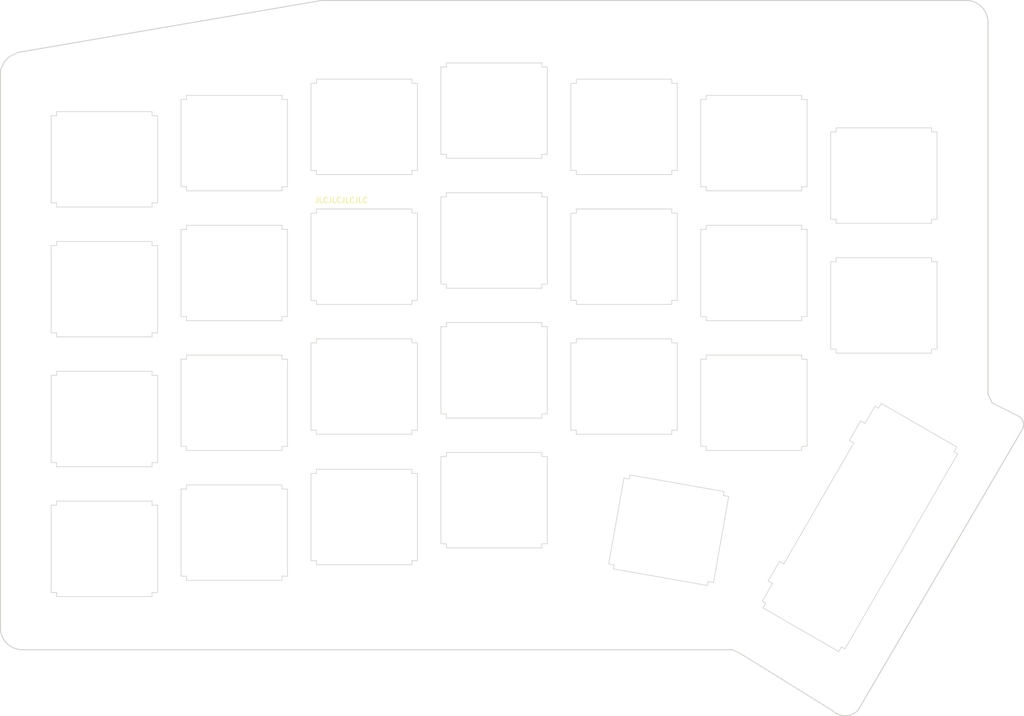
<source format=kicad_pcb>
(kicad_pcb (version 4) (host pcbnew 4.0.7)

  (general
    (links 0)
    (no_connects 0)
    (area 56.515 26.035 232.338572 152.400001)
    (thickness 1.6)
    (drawings 473)
    (tracks 0)
    (zones 0)
    (modules 9)
    (nets 1)
  )

  (page A4)
  (layers
    (0 F.Cu signal hide)
    (31 B.Cu signal hide)
    (32 B.Adhes user hide)
    (33 F.Adhes user hide)
    (34 B.Paste user hide)
    (35 F.Paste user hide)
    (36 B.SilkS user hide)
    (37 F.SilkS user hide)
    (38 B.Mask user hide)
    (39 F.Mask user hide)
    (40 Dwgs.User user hide)
    (41 Cmts.User user hide)
    (42 Eco1.User user hide)
    (43 Eco2.User user hide)
    (44 Edge.Cuts user)
    (45 Margin user hide)
    (46 B.CrtYd user hide)
    (47 F.CrtYd user hide)
    (48 B.Fab user hide)
    (49 F.Fab user hide)
  )

  (setup
    (last_trace_width 0.25)
    (trace_clearance 0.2)
    (zone_clearance 0.508)
    (zone_45_only no)
    (trace_min 0.2)
    (segment_width 0.15)
    (edge_width 0.15)
    (via_size 0.6)
    (via_drill 0.4)
    (via_min_size 0.4)
    (via_min_drill 0.3)
    (uvia_size 0.3)
    (uvia_drill 0.1)
    (uvias_allowed no)
    (uvia_min_size 0.2)
    (uvia_min_drill 0.1)
    (pcb_text_width 0.3)
    (pcb_text_size 1.5 1.5)
    (mod_edge_width 0.15)
    (mod_text_size 1 1)
    (mod_text_width 0.15)
    (pad_size 1.524 1.524)
    (pad_drill 0.762)
    (pad_to_mask_clearance 0.2)
    (aux_axis_origin 0 0)
    (visible_elements 7FFFFFFF)
    (pcbplotparams
      (layerselection 0x010f0_80000001)
      (usegerberextensions false)
      (excludeedgelayer true)
      (linewidth 0.100000)
      (plotframeref false)
      (viasonmask false)
      (mode 1)
      (useauxorigin false)
      (hpglpennumber 1)
      (hpglpenspeed 20)
      (hpglpendiameter 15)
      (hpglpenoverlay 2)
      (psnegative false)
      (psa4output false)
      (plotreference false)
      (plotvalue false)
      (plotinvisibletext false)
      (padsonsilk false)
      (subtractmaskfromsilk false)
      (outputformat 3)
      (mirror false)
      (drillshape 0)
      (scaleselection 1)
      (outputdirectory ./))
  )

  (net 0 "")

  (net_class Default "This is the default net class."
    (clearance 0.2)
    (trace_width 0.25)
    (via_dia 0.6)
    (via_drill 0.4)
    (uvia_dia 0.3)
    (uvia_drill 0.1)
  )

  (module Mounting_Holes:MountingHole_2.2mm_M2_DIN965 (layer F.Cu) (tedit 5B0469AD) (tstamp 5A9EC803)
    (at 192.405 141.605)
    (descr "Mounting Hole 2.2mm, no annular, M2, DIN965")
    (tags "mounting hole 2.2mm no annular m2 din965")
    (attr virtual)
    (fp_text reference REF** (at 0 -2.9) (layer F.SilkS) hide
      (effects (font (size 1 1) (thickness 0.15)))
    )
    (fp_text value MountingHole_2.2mm_M2_DIN965 (at 0 2.9) (layer F.Fab)
      (effects (font (size 1 1) (thickness 0.15)))
    )
    (fp_text user %R (at 0.3 0) (layer F.Fab)
      (effects (font (size 1 1) (thickness 0.15)))
    )
    (fp_circle (center 0 0) (end 1.9 0) (layer Cmts.User) (width 0.15))
    (fp_circle (center 0 0) (end 2.15 0) (layer F.CrtYd) (width 0.05))
    (pad 1 np_thru_hole circle (at 0 0) (size 2.2 2.2) (drill 2.2) (layers *.Cu *.Mask))
  )

  (module Mounting_Holes:MountingHole_2.2mm_M2_DIN965 (layer F.Cu) (tedit 5B04698E) (tstamp 5A9EC824)
    (at 215.265 103.505)
    (descr "Mounting Hole 2.2mm, no annular, M2, DIN965")
    (tags "mounting hole 2.2mm no annular m2 din965")
    (attr virtual)
    (fp_text reference REF** (at 0 -2.9) (layer F.SilkS) hide
      (effects (font (size 1 1) (thickness 0.15)))
    )
    (fp_text value MountingHole_2.2mm_M2_DIN965 (at 4.445 1.905) (layer F.Fab)
      (effects (font (size 1 1) (thickness 0.15)))
    )
    (fp_text user %R (at 0.3 0) (layer F.Fab)
      (effects (font (size 1 1) (thickness 0.15)))
    )
    (fp_circle (center 0 0) (end 1.9 0) (layer Cmts.User) (width 0.15))
    (fp_circle (center 0 0) (end 2.15 0) (layer F.CrtYd) (width 0.05))
    (pad 1 np_thru_hole circle (at 0 0) (size 2.2 2.2) (drill 2.2) (layers *.Cu *.Mask))
  )

  (module Mounting_Holes:MountingHole_2.2mm_M2_DIN965 (layer F.Cu) (tedit 5B046982) (tstamp 5A9EC868)
    (at 210.82 43.815)
    (descr "Mounting Hole 2.2mm, no annular, M2, DIN965")
    (tags "mounting hole 2.2mm no annular m2 din965")
    (attr virtual)
    (fp_text reference REF** (at 0 -2.9) (layer F.SilkS) hide
      (effects (font (size 1 1) (thickness 0.15)))
    )
    (fp_text value MountingHole_2.2mm_M2_DIN965 (at 0 2.9) (layer F.Fab)
      (effects (font (size 1 1) (thickness 0.15)))
    )
    (fp_text user %R (at 0.3 0) (layer F.Fab)
      (effects (font (size 1 1) (thickness 0.15)))
    )
    (fp_circle (center 0 0) (end 1.9 0) (layer Cmts.User) (width 0.15))
    (fp_circle (center 0 0) (end 2.15 0) (layer F.CrtYd) (width 0.05))
    (pad 1 np_thru_hole circle (at 0 0) (size 2.2 2.2) (drill 2.2) (layers *.Cu *.Mask))
  )

  (module Mounting_Holes:MountingHole_2.2mm_M2_DIN965 (layer F.Cu) (tedit 5B0469C0) (tstamp 5A9EC8BF)
    (at 72.39 132.715)
    (descr "Mounting Hole 2.2mm, no annular, M2, DIN965")
    (tags "mounting hole 2.2mm no annular m2 din965")
    (attr virtual)
    (fp_text reference REF** (at -0.635 -2.9) (layer F.SilkS) hide
      (effects (font (size 1 1) (thickness 0.15)))
    )
    (fp_text value MountingHole_2.2mm_M2_DIN965 (at 0 2.9) (layer F.Fab)
      (effects (font (size 1 1) (thickness 0.15)))
    )
    (fp_text user %R (at 0 0.635) (layer F.Fab)
      (effects (font (size 1 1) (thickness 0.15)))
    )
    (fp_circle (center 0 0) (end 1.9 0) (layer Cmts.User) (width 0.15))
    (fp_circle (center 0 0) (end 2.15 0) (layer F.CrtYd) (width 0.05))
    (pad 1 np_thru_hole circle (at 0 0) (size 2.2 2.2) (drill 2.2) (layers *.Cu *.Mask))
  )

  (module Mounting_Holes:MountingHole_2.2mm_M2_DIN965 (layer F.Cu) (tedit 5B0469C8) (tstamp 5A9EC8CB)
    (at 72.39 92.71)
    (descr "Mounting Hole 2.2mm, no annular, M2, DIN965")
    (tags "mounting hole 2.2mm no annular m2 din965")
    (attr virtual)
    (fp_text reference REF** (at 0 -2.9) (layer F.SilkS) hide
      (effects (font (size 1 1) (thickness 0.15)))
    )
    (fp_text value MountingHole_2.2mm_M2_DIN965 (at 0 2.9) (layer F.Fab)
      (effects (font (size 1 1) (thickness 0.15)))
    )
    (fp_text user %R (at 0.3 0) (layer F.Fab)
      (effects (font (size 1 1) (thickness 0.15)))
    )
    (fp_circle (center 0 0) (end 1.9 0) (layer Cmts.User) (width 0.15))
    (fp_circle (center 0 0) (end 2.15 0) (layer F.CrtYd) (width 0.05))
    (pad 1 np_thru_hole circle (at 0 0) (size 2.2 2.2) (drill 2.2) (layers *.Cu *.Mask))
  )

  (module Mounting_Holes:MountingHole_2.2mm_M2_DIN965 (layer F.Cu) (tedit 5B046972) (tstamp 5A9EC8D6)
    (at 72.39 52.07)
    (descr "Mounting Hole 2.2mm, no annular, M2, DIN965")
    (tags "mounting hole 2.2mm no annular m2 din965")
    (attr virtual)
    (fp_text reference REF** (at 0 -2.9) (layer F.SilkS) hide
      (effects (font (size 1 1) (thickness 0.15)))
    )
    (fp_text value MountingHole_2.2mm_M2_DIN965 (at 0 3.81) (layer F.Fab)
      (effects (font (size 1 1) (thickness 0.15)))
    )
    (fp_text user %R (at 0.3 0) (layer F.Fab)
      (effects (font (size 1 1) (thickness 0.15)))
    )
    (fp_circle (center 0 0) (end 1.9 0) (layer Cmts.User) (width 0.15))
    (fp_circle (center 0 0) (end 2.15 0) (layer F.CrtYd) (width 0.05))
    (pad 1 np_thru_hole circle (at 0 0) (size 2.2 2.2) (drill 2.2) (layers *.Cu *.Mask))
  )

  (module Mounting_Holes:MountingHole_2.2mm_M2_DIN965 (layer F.Cu) (tedit 5B0469B6) (tstamp 5A9EC8EF)
    (at 132.08 132.715)
    (descr "Mounting Hole 2.2mm, no annular, M2, DIN965")
    (tags "mounting hole 2.2mm no annular m2 din965")
    (attr virtual)
    (fp_text reference REF** (at 0 -2.9) (layer F.SilkS) hide
      (effects (font (size 1 1) (thickness 0.15)))
    )
    (fp_text value MountingHole_2.2mm_M2_DIN965 (at 0 2.9) (layer F.Fab)
      (effects (font (size 1 1) (thickness 0.15)))
    )
    (fp_text user %R (at 0.3 0) (layer F.Fab)
      (effects (font (size 1 1) (thickness 0.15)))
    )
    (fp_circle (center 0 0) (end 1.9 0) (layer Cmts.User) (width 0.15))
    (fp_circle (center 0 0) (end 2.15 0) (layer F.CrtYd) (width 0.05))
    (pad 1 np_thru_hole circle (at 0 0) (size 2.2 2.2) (drill 2.2) (layers *.Cu *.Mask))
  )

  (module Mounting_Holes:MountingHole_2.2mm_M2_DIN965 (layer F.Cu) (tedit 5B04697E) (tstamp 5A9EC907)
    (at 170.18 43.815)
    (descr "Mounting Hole 2.2mm, no annular, M2, DIN965")
    (tags "mounting hole 2.2mm no annular m2 din965")
    (attr virtual)
    (fp_text reference REF** (at 0 -2.9) (layer F.SilkS) hide
      (effects (font (size 1 1) (thickness 0.15)))
    )
    (fp_text value MountingHole_2.2mm_M2_DIN965 (at 0 2.9) (layer F.Fab)
      (effects (font (size 1 1) (thickness 0.15)))
    )
    (fp_text user %R (at 0.3 0) (layer F.Fab)
      (effects (font (size 1 1) (thickness 0.15)))
    )
    (fp_circle (center 0 0) (end 1.9 0) (layer Cmts.User) (width 0.15))
    (fp_circle (center 0 0) (end 2.15 0) (layer F.CrtYd) (width 0.05))
    (pad 1 np_thru_hole circle (at 0 0) (size 2.2 2.2) (drill 2.2) (layers *.Cu *.Mask))
  )

  (module Mounting_Holes:MountingHole_2.2mm_M2_DIN965 (layer F.Cu) (tedit 5B046978) (tstamp 5A9EC90E)
    (at 116.205 43.815)
    (descr "Mounting Hole 2.2mm, no annular, M2, DIN965")
    (tags "mounting hole 2.2mm no annular m2 din965")
    (attr virtual)
    (fp_text reference REF** (at 0 -2.9) (layer F.SilkS) hide
      (effects (font (size 1 1) (thickness 0.15)))
    )
    (fp_text value MountingHole_2.2mm_M2_DIN965 (at 1.27 3.81) (layer F.Fab)
      (effects (font (size 1 1) (thickness 0.15)))
    )
    (fp_text user %R (at 0.3 0) (layer F.Fab)
      (effects (font (size 1 1) (thickness 0.15)))
    )
    (fp_circle (center 0 0) (end 1.9 0) (layer Cmts.User) (width 0.15))
    (fp_circle (center 0 0) (end 2.15 0) (layer F.CrtYd) (width 0.05))
    (pad 1 np_thru_hole circle (at 0 0) (size 2.2 2.2) (drill 2.2) (layers *.Cu *.Mask))
  )

  (gr_line (start 195.97116 102.68712) (end 195.319993 102.32626) (layer Edge.Cuts) (width 0.1))
  (gr_line (start 193.671002 105.184288) (end 194.31762 105.55986) (layer Edge.Cuts) (width 0.1))
  (gr_line (start 195.319993 102.32626) (end 193.671002 105.184288) (layer Edge.Cuts) (width 0.1))
  (gr_line (start 184.0611 123.30938) (end 183.421 122.93758) (layer Edge.Cuts) (width 0.1))
  (gr_line (start 194.31762 105.55986) (end 184.0611 123.30938) (layer Edge.Cuts) (width 0.1))
  (gr_line (start 181.77 125.794279) (end 182.41518 126.16434) (layer Edge.Cuts) (width 0.1))
  (gr_line (start 183.421 122.93758) (end 181.77 125.794279) (layer Edge.Cuts) (width 0.1))
  (gr_line (start 198.35262 99.7581) (end 197.95362 100.4499) (layer Edge.Cuts) (width 0.1))
  (gr_line (start 193.03238 135.77316) (end 209.55762 107.1499) (layer Edge.Cuts) (width 0.1))
  (gr_line (start 197.43362 100.1507) (end 195.97116 102.68712) (layer Edge.Cuts) (width 0.1))
  (gr_line (start 197.95362 100.4499) (end 197.43362 100.1507) (layer Edge.Cuts) (width 0.1))
  (gr_line (start 192.51362 135.47411) (end 193.03262 135.77313) (layer Edge.Cuts) (width 0.1))
  (gr_line (start 180.90862 128.7727) (end 181.42762 129.0731) (layer Edge.Cuts) (width 0.1))
  (gr_line (start 181.02762 129.7649) (end 192.11262 136.1645) (layer Edge.Cuts) (width 0.1))
  (gr_line (start 181.42762 129.0731) (end 181.02762 129.7649) (layer Edge.Cuts) (width 0.1))
  (gr_line (start 182.41518 126.16434) (end 180.90862 128.7727) (layer Edge.Cuts) (width 0.1))
  (gr_line (start 209.43762 106.1577) (end 198.35262 99.7581) (layer Edge.Cuts) (width 0.1))
  (gr_line (start 192.11262 136.1645) (end 192.51362 135.47411) (layer Edge.Cuts) (width 0.1))
  (gr_line (start 209.03862 106.8495) (end 209.43762 106.1577) (layer Edge.Cuts) (width 0.1))
  (gr_line (start 209.55762 107.1499) (end 209.03862 106.8495) (layer Edge.Cuts) (width 0.1))
  (gr_line (start 160.61668 110.70558) (end 158.39248 123.31048) (layer Edge.Cuts) (width 0.1))
  (gr_line (start 161.40338 110.84478) (end 160.61668 110.70558) (layer Edge.Cuts) (width 0.1))
  (gr_line (start 91.43648 114.09418) (end 77.43693 114.09418) (layer Edge.Cuts) (width 0.1))
  (gr_line (start 77.43693 128.09368) (end 91.43648 128.09368) (layer Edge.Cuts) (width 0.1))
  (gr_line (start 76.63767 114.69358) (end 76.63767 127.49288) (layer Edge.Cuts) (width 0.1))
  (gr_line (start 77.43693 114.69358) (end 76.63767 114.69358) (layer Edge.Cuts) (width 0.1))
  (gr_line (start 91.43648 114.69358) (end 91.43648 114.09418) (layer Edge.Cuts) (width 0.1))
  (gr_line (start 92.23708 127.49288) (end 92.23708 114.69358) (layer Edge.Cuts) (width 0.1))
  (gr_line (start 91.43648 128.09368) (end 91.43648 127.49288) (layer Edge.Cuts) (width 0.1))
  (gr_line (start 76.63767 127.49288) (end 77.43693 127.49288) (layer Edge.Cuts) (width 0.1))
  (gr_line (start 92.23708 114.69358) (end 91.43648 114.69358) (layer Edge.Cuts) (width 0.1))
  (gr_line (start 91.43648 127.49288) (end 92.23708 127.49288) (layer Edge.Cuts) (width 0.1))
  (gr_line (start 77.43693 127.49288) (end 77.43693 128.09368) (layer Edge.Cuts) (width 0.1))
  (gr_line (start 77.43693 114.09418) (end 77.43693 114.69358) (layer Edge.Cuts) (width 0.1))
  (gr_line (start 115.53698 66.18128) (end 129.53628 66.18128) (layer Edge.Cuts) (width 0.1))
  (gr_line (start 134.58698 50.39978) (end 133.78758 50.39978) (layer Edge.Cuts) (width 0.1))
  (gr_line (start 134.58698 49.80038) (end 134.58698 50.39978) (layer Edge.Cuts) (width 0.1))
  (gr_line (start 152.83758 52.78098) (end 152.83758 65.58158) (layer Edge.Cuts) (width 0.1))
  (gr_line (start 115.53698 65.58158) (end 115.53698 66.18128) (layer Edge.Cuts) (width 0.1))
  (gr_line (start 167.63628 52.78098) (end 167.63628 52.18168) (layer Edge.Cuts) (width 0.1))
  (gr_line (start 168.43568 52.78098) (end 167.63628 52.78098) (layer Edge.Cuts) (width 0.1))
  (gr_line (start 167.63628 65.58158) (end 168.43568 65.58158) (layer Edge.Cuts) (width 0.1))
  (gr_line (start 153.63698 52.18168) (end 153.63698 52.78098) (layer Edge.Cuts) (width 0.1))
  (gr_line (start 130.33708 52.78098) (end 129.53628 52.78098) (layer Edge.Cuts) (width 0.1))
  (gr_line (start 130.33708 65.58158) (end 130.33708 52.78098) (layer Edge.Cuts) (width 0.1))
  (gr_line (start 114.73758 65.58158) (end 115.53698 65.58158) (layer Edge.Cuts) (width 0.1))
  (gr_line (start 115.53698 52.78098) (end 114.73758 52.78098) (layer Edge.Cuts) (width 0.1))
  (gr_line (start 167.63628 52.18168) (end 153.63698 52.18168) (layer Edge.Cuts) (width 0.1))
  (gr_line (start 114.73758 52.78098) (end 114.73758 65.58158) (layer Edge.Cuts) (width 0.1))
  (gr_line (start 153.63698 65.58158) (end 153.63698 66.18128) (layer Edge.Cuts) (width 0.1))
  (gr_line (start 168.43568 65.58158) (end 168.43568 52.78098) (layer Edge.Cuts) (width 0.1))
  (gr_line (start 129.53628 52.78098) (end 129.53628 52.18168) (layer Edge.Cuts) (width 0.1))
  (gr_line (start 153.63698 52.78098) (end 152.83758 52.78098) (layer Edge.Cuts) (width 0.1))
  (gr_line (start 167.63628 66.18128) (end 167.63628 65.58158) (layer Edge.Cuts) (width 0.1))
  (gr_line (start 153.63698 66.18128) (end 167.63628 66.18128) (layer Edge.Cuts) (width 0.1))
  (gr_line (start 152.83758 65.58158) (end 153.63698 65.58158) (layer Edge.Cuts) (width 0.1))
  (gr_line (start 129.53628 65.58158) (end 130.33708 65.58158) (layer Edge.Cuts) (width 0.1))
  (gr_line (start 148.58628 49.80038) (end 134.58698 49.80038) (layer Edge.Cuts) (width 0.1))
  (gr_line (start 148.58628 50.39978) (end 148.58628 49.80038) (layer Edge.Cuts) (width 0.1))
  (gr_line (start 149.38708 50.39978) (end 148.58628 50.39978) (layer Edge.Cuts) (width 0.1))
  (gr_line (start 149.38708 63.20028) (end 149.38708 50.39978) (layer Edge.Cuts) (width 0.1))
  (gr_line (start 148.58628 63.20028) (end 149.38708 63.20028) (layer Edge.Cuts) (width 0.1))
  (gr_line (start 148.58628 63.80008) (end 148.58628 63.20028) (layer Edge.Cuts) (width 0.1))
  (gr_line (start 134.58698 63.80008) (end 148.58628 63.80008) (layer Edge.Cuts) (width 0.1))
  (gr_line (start 129.53628 66.18128) (end 129.53628 65.58158) (layer Edge.Cuts) (width 0.1))
  (gr_line (start 134.58698 63.20028) (end 134.58698 63.80008) (layer Edge.Cuts) (width 0.1))
  (gr_line (start 133.78758 63.20028) (end 134.58698 63.20028) (layer Edge.Cuts) (width 0.1))
  (gr_line (start 133.78758 50.39978) (end 133.78758 63.20028) (layer Edge.Cuts) (width 0.1))
  (gr_line (start 129.53628 52.18168) (end 115.53698 52.18168) (layer Edge.Cuts) (width 0.1))
  (gr_line (start 159.07758 124.04088) (end 172.86478 126.47168) (layer Edge.Cuts) (width 0.1))
  (gr_line (start 158.39248 123.31048) (end 159.18088 123.44968) (layer Edge.Cuts) (width 0.1))
  (gr_line (start 159.18088 123.44968) (end 159.07758 124.04088) (layer Edge.Cuts) (width 0.1))
  (gr_line (start 167.63628 71.23168) (end 153.63698 71.23168) (layer Edge.Cuts) (width 0.1))
  (gr_line (start 168.43568 84.63158) (end 168.43568 71.83098) (layer Edge.Cuts) (width 0.1))
  (gr_line (start 153.63698 84.63158) (end 153.63698 85.23128) (layer Edge.Cuts) (width 0.1))
  (gr_line (start 152.83758 71.83098) (end 152.83758 84.63158) (layer Edge.Cuts) (width 0.1))
  (gr_line (start 153.63698 71.23168) (end 153.63698 71.83098) (layer Edge.Cuts) (width 0.1))
  (gr_line (start 129.53628 71.23168) (end 115.53698 71.23168) (layer Edge.Cuts) (width 0.1))
  (gr_line (start 129.53628 71.83098) (end 129.53628 71.23168) (layer Edge.Cuts) (width 0.1))
  (gr_line (start 130.33708 84.63158) (end 130.33708 71.83098) (layer Edge.Cuts) (width 0.1))
  (gr_line (start 129.53628 85.23128) (end 129.53628 84.63158) (layer Edge.Cuts) (width 0.1))
  (gr_line (start 129.53628 84.63158) (end 130.33708 84.63158) (layer Edge.Cuts) (width 0.1))
  (gr_line (start 115.53698 84.63158) (end 115.53698 85.23128) (layer Edge.Cuts) (width 0.1))
  (gr_line (start 115.53698 71.23168) (end 115.53698 71.83098) (layer Edge.Cuts) (width 0.1))
  (gr_line (start 115.53698 85.23128) (end 129.53628 85.23128) (layer Edge.Cuts) (width 0.1))
  (gr_line (start 153.63698 71.83098) (end 152.83758 71.83098) (layer Edge.Cuts) (width 0.1))
  (gr_line (start 167.63628 84.63158) (end 168.43568 84.63158) (layer Edge.Cuts) (width 0.1))
  (gr_line (start 167.63628 85.23128) (end 167.63628 84.63158) (layer Edge.Cuts) (width 0.1))
  (gr_line (start 153.63698 85.23128) (end 167.63628 85.23128) (layer Edge.Cuts) (width 0.1))
  (gr_line (start 115.53698 71.83098) (end 114.73758 71.83098) (layer Edge.Cuts) (width 0.1))
  (gr_line (start 152.83758 84.63158) (end 153.63698 84.63158) (layer Edge.Cuts) (width 0.1))
  (gr_line (start 130.33708 71.83098) (end 129.53628 71.83098) (layer Edge.Cuts) (width 0.1))
  (gr_line (start 114.73758 84.63158) (end 115.53698 84.63158) (layer Edge.Cuts) (width 0.1))
  (gr_line (start 167.63628 71.83098) (end 167.63628 71.23168) (layer Edge.Cuts) (width 0.1))
  (gr_line (start 114.73758 71.83098) (end 114.73758 84.63158) (layer Edge.Cuts) (width 0.1))
  (gr_line (start 168.43568 71.83098) (end 167.63628 71.83098) (layer Edge.Cuts) (width 0.1))
  (gr_line (start 172.68698 87.61258) (end 186.68628 87.61258) (layer Edge.Cuts) (width 0.1))
  (gr_line (start 171.88758 87.01278) (end 172.68698 87.01278) (layer Edge.Cuts) (width 0.1))
  (gr_line (start 172.68698 73.61288) (end 172.68698 74.21228) (layer Edge.Cuts) (width 0.1))
  (gr_line (start 92.23708 76.59348) (end 91.43648 76.59348) (layer Edge.Cuts) (width 0.1))
  (gr_line (start 91.43648 89.99378) (end 91.43648 89.39298) (layer Edge.Cuts) (width 0.1))
  (gr_line (start 76.63767 76.59348) (end 76.63767 89.39298) (layer Edge.Cuts) (width 0.1))
  (gr_line (start 95.68768 87.01278) (end 96.48698 87.01278) (layer Edge.Cuts) (width 0.1))
  (gr_line (start 96.48698 87.01278) (end 96.48698 87.61258) (layer Edge.Cuts) (width 0.1))
  (gr_line (start 76.63767 89.39298) (end 77.43693 89.39298) (layer Edge.Cuts) (width 0.1))
  (gr_line (start 91.43648 76.59348) (end 91.43648 75.99418) (layer Edge.Cuts) (width 0.1))
  (gr_line (start 95.68768 74.21228) (end 95.68768 87.01278) (layer Edge.Cuts) (width 0.1))
  (gr_line (start 186.68628 73.61288) (end 172.68698 73.61288) (layer Edge.Cuts) (width 0.1))
  (gr_line (start 186.68628 74.21228) (end 186.68628 73.61288) (layer Edge.Cuts) (width 0.1))
  (gr_line (start 172.68698 87.01278) (end 172.68698 87.61258) (layer Edge.Cuts) (width 0.1))
  (gr_line (start 111.28708 74.21228) (end 110.48628 74.21228) (layer Edge.Cuts) (width 0.1))
  (gr_line (start 96.48698 74.21228) (end 95.68768 74.21228) (layer Edge.Cuts) (width 0.1))
  (gr_line (start 96.48698 73.61288) (end 96.48698 74.21228) (layer Edge.Cuts) (width 0.1))
  (gr_line (start 205.73628 78.97478) (end 205.73628 78.37538) (layer Edge.Cuts) (width 0.1))
  (gr_line (start 91.43648 89.39298) (end 92.23708 89.39298) (layer Edge.Cuts) (width 0.1))
  (gr_line (start 187.48728 87.01278) (end 187.48728 74.21228) (layer Edge.Cuts) (width 0.1))
  (gr_line (start 186.68628 87.61258) (end 186.68628 87.01278) (layer Edge.Cuts) (width 0.1))
  (gr_line (start 77.43693 89.99378) (end 91.43648 89.99378) (layer Edge.Cuts) (width 0.1))
  (gr_line (start 77.43693 89.39298) (end 77.43693 89.99378) (layer Edge.Cuts) (width 0.1))
  (gr_line (start 77.43693 76.59348) (end 76.63767 76.59348) (layer Edge.Cuts) (width 0.1))
  (gr_line (start 171.88758 74.21228) (end 171.88758 87.01278) (layer Edge.Cuts) (width 0.1))
  (gr_line (start 172.68698 74.21228) (end 171.88758 74.21228) (layer Edge.Cuts) (width 0.1))
  (gr_line (start 110.48628 87.01278) (end 111.28708 87.01278) (layer Edge.Cuts) (width 0.1))
  (gr_line (start 205.73628 78.37538) (end 191.73728 78.37538) (layer Edge.Cuts) (width 0.1))
  (gr_line (start 77.43693 75.99418) (end 77.43693 76.59348) (layer Edge.Cuts) (width 0.1))
  (gr_line (start 92.23708 89.39298) (end 92.23708 76.59348) (layer Edge.Cuts) (width 0.1))
  (gr_line (start 110.48628 73.61288) (end 96.48698 73.61288) (layer Edge.Cuts) (width 0.1))
  (gr_line (start 110.48628 87.61258) (end 110.48628 87.01278) (layer Edge.Cuts) (width 0.1))
  (gr_line (start 96.48698 87.61258) (end 110.48628 87.61258) (layer Edge.Cuts) (width 0.1))
  (gr_line (start 91.43648 75.99418) (end 77.43693 75.99418) (layer Edge.Cuts) (width 0.1))
  (gr_line (start 110.48628 74.21228) (end 110.48628 73.61288) (layer Edge.Cuts) (width 0.1))
  (gr_line (start 187.48728 74.21228) (end 186.68628 74.21228) (layer Edge.Cuts) (width 0.1))
  (gr_line (start 111.28708 87.01278) (end 111.28708 74.21228) (layer Edge.Cuts) (width 0.1))
  (gr_line (start 186.68628 87.01278) (end 187.48728 87.01278) (layer Edge.Cuts) (width 0.1))
  (gr_line (start 133.78758 88.49978) (end 133.78758 101.30028) (layer Edge.Cuts) (width 0.1))
  (gr_line (start 168.43568 90.88098) (end 167.63628 90.88098) (layer Edge.Cuts) (width 0.1))
  (gr_line (start 148.58628 101.90008) (end 148.58628 101.30028) (layer Edge.Cuts) (width 0.1))
  (gr_line (start 148.58628 88.49978) (end 148.58628 87.90038) (layer Edge.Cuts) (width 0.1))
  (gr_line (start 167.63628 103.68158) (end 168.43568 103.68158) (layer Edge.Cuts) (width 0.1))
  (gr_line (start 133.78758 101.30028) (end 134.58698 101.30028) (layer Edge.Cuts) (width 0.1))
  (gr_line (start 134.58698 87.90038) (end 134.58698 88.49978) (layer Edge.Cuts) (width 0.1))
  (gr_line (start 149.38708 88.49978) (end 148.58628 88.49978) (layer Edge.Cuts) (width 0.1))
  (gr_line (start 134.58698 101.30028) (end 134.58698 101.90008) (layer Edge.Cuts) (width 0.1))
  (gr_line (start 190.93728 78.97478) (end 190.93728 91.77528) (layer Edge.Cuts) (width 0.1))
  (gr_line (start 168.43568 103.68158) (end 168.43568 90.88098) (layer Edge.Cuts) (width 0.1))
  (gr_line (start 149.38708 101.30028) (end 149.38708 88.49978) (layer Edge.Cuts) (width 0.1))
  (gr_line (start 167.63628 90.88098) (end 167.63628 90.28168) (layer Edge.Cuts) (width 0.1))
  (gr_line (start 148.58628 87.90038) (end 134.58698 87.90038) (layer Edge.Cuts) (width 0.1))
  (gr_line (start 167.63628 104.28118) (end 167.63628 103.68158) (layer Edge.Cuts) (width 0.1))
  (gr_line (start 134.58698 101.90008) (end 148.58628 101.90008) (layer Edge.Cuts) (width 0.1))
  (gr_line (start 167.63628 90.28168) (end 153.63698 90.28168) (layer Edge.Cuts) (width 0.1))
  (gr_line (start 191.73728 92.37508) (end 205.73628 92.37508) (layer Edge.Cuts) (width 0.1))
  (gr_line (start 206.53728 78.97478) (end 205.73628 78.97478) (layer Edge.Cuts) (width 0.1))
  (gr_line (start 206.53728 91.77528) (end 206.53728 78.97478) (layer Edge.Cuts) (width 0.1))
  (gr_line (start 205.73628 91.77528) (end 206.53728 91.77528) (layer Edge.Cuts) (width 0.1))
  (gr_line (start 205.73628 92.37508) (end 205.73628 91.77528) (layer Edge.Cuts) (width 0.1))
  (gr_line (start 148.58628 101.30028) (end 149.38708 101.30028) (layer Edge.Cuts) (width 0.1))
  (gr_line (start 190.93728 91.77528) (end 191.73728 91.77528) (layer Edge.Cuts) (width 0.1))
  (gr_line (start 134.58698 88.49978) (end 133.78758 88.49978) (layer Edge.Cuts) (width 0.1))
  (gr_line (start 191.73728 91.77528) (end 191.73728 92.37508) (layer Edge.Cuts) (width 0.1))
  (gr_line (start 191.73728 78.97478) (end 190.93728 78.97478) (layer Edge.Cuts) (width 0.1))
  (gr_line (start 191.73728 78.37538) (end 191.73728 78.97478) (layer Edge.Cuts) (width 0.1))
  (gr_line (start 186.68628 92.66288) (end 172.68698 92.66288) (layer Edge.Cuts) (width 0.1))
  (gr_line (start 129.53628 103.68158) (end 130.33708 103.68158) (layer Edge.Cuts) (width 0.1))
  (gr_line (start 129.53628 104.28118) (end 129.53628 103.68158) (layer Edge.Cuts) (width 0.1))
  (gr_line (start 115.53698 90.28168) (end 115.53698 90.88098) (layer Edge.Cuts) (width 0.1))
  (gr_line (start 186.68628 93.26228) (end 186.68628 92.66288) (layer Edge.Cuts) (width 0.1))
  (gr_line (start 115.53698 104.28118) (end 129.53628 104.28118) (layer Edge.Cuts) (width 0.1))
  (gr_line (start 115.53698 103.68158) (end 115.53698 104.28118) (layer Edge.Cuts) (width 0.1))
  (gr_line (start 171.88758 106.06298) (end 172.68698 106.06298) (layer Edge.Cuts) (width 0.1))
  (gr_line (start 172.68698 93.26228) (end 171.88758 93.26228) (layer Edge.Cuts) (width 0.1))
  (gr_line (start 111.28708 93.26228) (end 110.48628 93.26228) (layer Edge.Cuts) (width 0.1))
  (gr_line (start 110.48628 106.66248) (end 110.48628 106.06298) (layer Edge.Cuts) (width 0.1))
  (gr_line (start 96.48698 106.06298) (end 96.48698 106.66248) (layer Edge.Cuts) (width 0.1))
  (gr_line (start 187.48728 93.26228) (end 186.68628 93.26228) (layer Edge.Cuts) (width 0.1))
  (gr_line (start 114.73758 103.68158) (end 115.53698 103.68158) (layer Edge.Cuts) (width 0.1))
  (gr_line (start 114.73758 90.88098) (end 114.73758 103.68158) (layer Edge.Cuts) (width 0.1))
  (gr_line (start 111.28708 106.06298) (end 111.28708 93.26228) (layer Edge.Cuts) (width 0.1))
  (gr_line (start 115.53698 90.88098) (end 114.73758 90.88098) (layer Edge.Cuts) (width 0.1))
  (gr_line (start 187.48728 106.06298) (end 187.48728 93.26228) (layer Edge.Cuts) (width 0.1))
  (gr_line (start 172.68698 106.66248) (end 186.68628 106.66248) (layer Edge.Cuts) (width 0.1))
  (gr_line (start 172.68698 92.66288) (end 172.68698 93.26228) (layer Edge.Cuts) (width 0.1))
  (gr_line (start 110.48628 106.06298) (end 111.28708 106.06298) (layer Edge.Cuts) (width 0.1))
  (gr_line (start 172.68698 106.06298) (end 172.68698 106.66248) (layer Edge.Cuts) (width 0.1))
  (gr_line (start 171.88758 93.26228) (end 171.88758 106.06298) (layer Edge.Cuts) (width 0.1))
  (gr_line (start 153.63698 104.28118) (end 167.63628 104.28118) (layer Edge.Cuts) (width 0.1))
  (gr_line (start 153.63698 103.68158) (end 153.63698 104.28118) (layer Edge.Cuts) (width 0.1))
  (gr_line (start 152.83758 103.68158) (end 153.63698 103.68158) (layer Edge.Cuts) (width 0.1))
  (gr_line (start 152.83758 90.88098) (end 152.83758 103.68158) (layer Edge.Cuts) (width 0.1))
  (gr_line (start 153.63698 90.88098) (end 152.83758 90.88098) (layer Edge.Cuts) (width 0.1))
  (gr_line (start 129.53628 90.88098) (end 129.53628 90.28168) (layer Edge.Cuts) (width 0.1))
  (gr_line (start 110.48628 93.26228) (end 110.48628 92.66288) (layer Edge.Cuts) (width 0.1))
  (gr_line (start 186.68628 106.66248) (end 186.68628 106.06298) (layer Edge.Cuts) (width 0.1))
  (gr_line (start 96.48698 106.66248) (end 110.48628 106.66248) (layer Edge.Cuts) (width 0.1))
  (gr_line (start 95.68768 106.06298) (end 96.48698 106.06298) (layer Edge.Cuts) (width 0.1))
  (gr_line (start 186.68628 106.06298) (end 187.48728 106.06298) (layer Edge.Cuts) (width 0.1))
  (gr_line (start 95.68768 93.26228) (end 95.68768 106.06298) (layer Edge.Cuts) (width 0.1))
  (gr_line (start 153.63698 90.28168) (end 153.63698 90.88098) (layer Edge.Cuts) (width 0.1))
  (gr_line (start 129.53628 90.28168) (end 115.53698 90.28168) (layer Edge.Cuts) (width 0.1))
  (gr_line (start 130.33708 90.88098) (end 129.53628 90.88098) (layer Edge.Cuts) (width 0.1))
  (gr_line (start 110.48628 92.66288) (end 96.48698 92.66288) (layer Edge.Cuts) (width 0.1))
  (gr_line (start 130.33708 103.68158) (end 130.33708 90.88098) (layer Edge.Cuts) (width 0.1))
  (gr_line (start 92.23708 108.44288) (end 92.23708 95.64348) (layer Edge.Cuts) (width 0.1))
  (gr_line (start 77.43693 108.44288) (end 77.43693 109.04368) (layer Edge.Cuts) (width 0.1))
  (gr_line (start 77.43693 95.04418) (end 77.43693 95.64348) (layer Edge.Cuts) (width 0.1))
  (gr_line (start 148.58628 107.54988) (end 148.58628 106.95048) (layer Edge.Cuts) (width 0.1))
  (gr_line (start 91.43648 95.04418) (end 77.43693 95.04418) (layer Edge.Cuts) (width 0.1))
  (gr_line (start 77.43693 95.64348) (end 76.63767 95.64348) (layer Edge.Cuts) (width 0.1))
  (gr_line (start 92.23708 95.64348) (end 91.43648 95.64348) (layer Edge.Cuts) (width 0.1))
  (gr_line (start 148.58628 106.95048) (end 134.58698 106.95048) (layer Edge.Cuts) (width 0.1))
  (gr_line (start 76.63767 95.64348) (end 76.63767 108.44288) (layer Edge.Cuts) (width 0.1))
  (gr_line (start 91.43648 95.64348) (end 91.43648 95.04418) (layer Edge.Cuts) (width 0.1))
  (gr_line (start 91.43648 109.04368) (end 91.43648 108.44288) (layer Edge.Cuts) (width 0.1))
  (gr_line (start 77.43693 109.04368) (end 91.43648 109.04368) (layer Edge.Cuts) (width 0.1))
  (gr_line (start 76.63767 108.44288) (end 77.43693 108.44288) (layer Edge.Cuts) (width 0.1))
  (gr_line (start 91.43648 108.44288) (end 92.23708 108.44288) (layer Edge.Cuts) (width 0.1))
  (gr_line (start 96.48698 93.26228) (end 95.68768 93.26228) (layer Edge.Cuts) (width 0.1))
  (gr_line (start 96.48698 92.66288) (end 96.48698 93.26228) (layer Edge.Cuts) (width 0.1))
  (gr_line (start 96.48698 111.71298) (end 96.48698 112.31238) (layer Edge.Cuts) (width 0.1))
  (gr_line (start 129.53628 109.42678) (end 115.53698 109.42678) (layer Edge.Cuts) (width 0.1))
  (gr_line (start 130.33708 122.82678) (end 130.33708 110.02758) (layer Edge.Cuts) (width 0.1))
  (gr_line (start 95.68768 125.11298) (end 96.48698 125.11298) (layer Edge.Cuts) (width 0.1))
  (gr_line (start 95.68768 112.31238) (end 95.68768 125.11298) (layer Edge.Cuts) (width 0.1))
  (gr_line (start 96.48698 125.71248) (end 110.48628 125.71248) (layer Edge.Cuts) (width 0.1))
  (gr_line (start 96.48698 125.11298) (end 96.48698 125.71248) (layer Edge.Cuts) (width 0.1))
  (gr_line (start 115.53698 122.82678) (end 115.53698 123.42628) (layer Edge.Cuts) (width 0.1))
  (gr_line (start 175.29528 112.68448) (end 161.50818 110.25358) (layer Edge.Cuts) (width 0.1))
  (gr_line (start 129.53628 123.42628) (end 129.53628 122.82678) (layer Edge.Cuts) (width 0.1))
  (gr_line (start 129.53628 122.82678) (end 130.33708 122.82678) (layer Edge.Cuts) (width 0.1))
  (gr_line (start 175.19028 113.27568) (end 175.29528 112.68448) (layer Edge.Cuts) (width 0.1))
  (gr_line (start 161.50818 110.25358) (end 161.40338 110.84478) (layer Edge.Cuts) (width 0.1))
  (gr_line (start 110.48628 125.11298) (end 111.28708 125.11298) (layer Edge.Cuts) (width 0.1))
  (gr_line (start 175.97928 113.41478) (end 175.19028 113.27568) (layer Edge.Cuts) (width 0.1))
  (gr_line (start 173.75628 126.01978) (end 175.97928 113.41478) (layer Edge.Cuts) (width 0.1))
  (gr_line (start 110.48628 112.31238) (end 110.48628 111.71298) (layer Edge.Cuts) (width 0.1))
  (gr_line (start 114.73758 110.02758) (end 114.73758 122.82678) (layer Edge.Cuts) (width 0.1))
  (gr_line (start 149.38708 120.35048) (end 149.38708 107.54988) (layer Edge.Cuts) (width 0.1))
  (gr_line (start 110.48628 125.71248) (end 110.48628 125.11298) (layer Edge.Cuts) (width 0.1))
  (gr_line (start 130.33708 110.02758) (end 129.53628 110.02758) (layer Edge.Cuts) (width 0.1))
  (gr_line (start 172.96818 125.88058) (end 173.75628 126.01978) (layer Edge.Cuts) (width 0.1))
  (gr_line (start 149.38708 107.54988) (end 148.58628 107.54988) (layer Edge.Cuts) (width 0.1))
  (gr_line (start 148.58628 120.35048) (end 149.38708 120.35048) (layer Edge.Cuts) (width 0.1))
  (gr_line (start 110.48628 111.71298) (end 96.48698 111.71298) (layer Edge.Cuts) (width 0.1))
  (gr_line (start 148.58628 120.94998) (end 148.58628 120.35048) (layer Edge.Cuts) (width 0.1))
  (gr_line (start 115.53698 123.42628) (end 129.53628 123.42628) (layer Edge.Cuts) (width 0.1))
  (gr_line (start 134.58698 120.94998) (end 148.58628 120.94998) (layer Edge.Cuts) (width 0.1))
  (gr_line (start 134.58698 120.35048) (end 134.58698 120.94998) (layer Edge.Cuts) (width 0.1))
  (gr_line (start 114.73758 122.82678) (end 115.53698 122.82678) (layer Edge.Cuts) (width 0.1))
  (gr_line (start 133.78758 120.35048) (end 134.58698 120.35048) (layer Edge.Cuts) (width 0.1))
  (gr_line (start 129.53628 110.02758) (end 129.53628 109.42678) (layer Edge.Cuts) (width 0.1))
  (gr_line (start 115.53698 110.02758) (end 114.73758 110.02758) (layer Edge.Cuts) (width 0.1))
  (gr_line (start 111.28708 112.31238) (end 110.48628 112.31238) (layer Edge.Cuts) (width 0.1))
  (gr_line (start 115.53698 109.42678) (end 115.53698 110.02758) (layer Edge.Cuts) (width 0.1))
  (gr_line (start 133.78758 107.54988) (end 133.78758 120.35048) (layer Edge.Cuts) (width 0.1))
  (gr_line (start 134.58698 107.54988) (end 133.78758 107.54988) (layer Edge.Cuts) (width 0.1))
  (gr_line (start 134.58698 106.95048) (end 134.58698 107.54988) (layer Edge.Cuts) (width 0.1))
  (gr_line (start 111.28708 125.11298) (end 111.28708 112.31238) (layer Edge.Cuts) (width 0.1))
  (gr_line (start 96.48698 112.31238) (end 95.68768 112.31238) (layer Edge.Cuts) (width 0.1))
  (gr_line (start 187.48728 67.96278) (end 187.48728 55.16228) (layer Edge.Cuts) (width 0.1))
  (gr_line (start 110.48628 67.96278) (end 111.28708 67.96278) (layer Edge.Cuts) (width 0.1))
  (gr_line (start 172.68698 67.96278) (end 172.68698 68.56258) (layer Edge.Cuts) (width 0.1))
  (gr_line (start 186.68628 67.96278) (end 187.48728 67.96278) (layer Edge.Cuts) (width 0.1))
  (gr_line (start 111.28708 55.16228) (end 110.48628 55.16228) (layer Edge.Cuts) (width 0.1))
  (gr_line (start 186.68628 68.56258) (end 186.68628 67.96278) (layer Edge.Cuts) (width 0.1))
  (gr_line (start 95.68768 55.16228) (end 95.68768 67.96278) (layer Edge.Cuts) (width 0.1))
  (gr_line (start 171.88758 67.96278) (end 172.68698 67.96278) (layer Edge.Cuts) (width 0.1))
  (gr_line (start 96.48698 67.96278) (end 96.48698 68.56258) (layer Edge.Cuts) (width 0.1))
  (gr_line (start 171.88758 55.16228) (end 171.88758 67.96278) (layer Edge.Cuts) (width 0.1))
  (gr_line (start 111.28708 67.96278) (end 111.28708 55.16228) (layer Edge.Cuts) (width 0.1))
  (gr_line (start 96.48698 68.56258) (end 110.48628 68.56258) (layer Edge.Cuts) (width 0.1))
  (gr_line (start 91.43648 56.94418) (end 77.43693 56.94418) (layer Edge.Cuts) (width 0.1))
  (gr_line (start 110.48628 68.56258) (end 110.48628 67.96278) (layer Edge.Cuts) (width 0.1))
  (gr_line (start 95.68768 67.96278) (end 96.48698 67.96278) (layer Edge.Cuts) (width 0.1))
  (gr_line (start 96.48698 55.16228) (end 95.68768 55.16228) (layer Edge.Cuts) (width 0.1))
  (gr_line (start 92.23708 57.54348) (end 91.43648 57.54348) (layer Edge.Cuts) (width 0.1))
  (gr_line (start 115.53698 52.18168) (end 115.53698 52.78098) (layer Edge.Cuts) (width 0.1))
  (gr_line (start 172.68698 68.56258) (end 186.68628 68.56258) (layer Edge.Cuts) (width 0.1))
  (gr_line (start 110.48628 55.16228) (end 110.48628 54.56288) (layer Edge.Cuts) (width 0.1))
  (gr_line (start 96.48698 54.56288) (end 96.48698 55.16228) (layer Edge.Cuts) (width 0.1))
  (gr_line (start 91.43648 57.54348) (end 91.43648 56.94418) (layer Edge.Cuts) (width 0.1))
  (gr_line (start 172.68698 54.56288) (end 172.68698 55.16228) (layer Edge.Cuts) (width 0.1))
  (gr_line (start 186.68628 54.56288) (end 172.68698 54.56288) (layer Edge.Cuts) (width 0.1))
  (gr_line (start 186.68628 55.16228) (end 186.68628 54.56288) (layer Edge.Cuts) (width 0.1))
  (gr_line (start 110.48628 54.56288) (end 96.48698 54.56288) (layer Edge.Cuts) (width 0.1))
  (gr_line (start 172.68698 55.16228) (end 171.88758 55.16228) (layer Edge.Cuts) (width 0.1))
  (gr_line (start 187.48728 55.16228) (end 186.68628 55.16228) (layer Edge.Cuts) (width 0.1))
  (gr_line (start 91.43648 70.94378) (end 91.43648 70.34298) (layer Edge.Cuts) (width 0.1))
  (gr_line (start 77.43693 70.94378) (end 91.43648 70.94378) (layer Edge.Cuts) (width 0.1))
  (gr_line (start 148.58628 68.85038) (end 134.58698 68.85038) (layer Edge.Cuts) (width 0.1))
  (gr_line (start 77.43693 70.34298) (end 77.43693 70.94378) (layer Edge.Cuts) (width 0.1))
  (gr_line (start 91.43648 70.34298) (end 92.23708 70.34298) (layer Edge.Cuts) (width 0.1))
  (gr_line (start 92.23708 70.34298) (end 92.23708 57.54348) (layer Edge.Cuts) (width 0.1))
  (gr_line (start 76.63767 57.54348) (end 76.63767 70.34298) (layer Edge.Cuts) (width 0.1))
  (gr_line (start 205.73628 73.32508) (end 205.73628 72.72528) (layer Edge.Cuts) (width 0.1))
  (gr_line (start 148.58628 82.85008) (end 148.58628 82.25028) (layer Edge.Cuts) (width 0.1))
  (gr_line (start 191.73728 59.92478) (end 190.93728 59.92478) (layer Edge.Cuts) (width 0.1))
  (gr_line (start 191.73728 59.32538) (end 191.73728 59.92478) (layer Edge.Cuts) (width 0.1))
  (gr_line (start 206.53728 59.92478) (end 205.73628 59.92478) (layer Edge.Cuts) (width 0.1))
  (gr_line (start 76.63767 70.34298) (end 77.43693 70.34298) (layer Edge.Cuts) (width 0.1))
  (gr_line (start 77.43693 57.54348) (end 76.63767 57.54348) (layer Edge.Cuts) (width 0.1))
  (gr_line (start 77.43693 56.94418) (end 77.43693 57.54348) (layer Edge.Cuts) (width 0.1))
  (gr_line (start 190.93728 59.92478) (end 190.93728 72.72528) (layer Edge.Cuts) (width 0.1))
  (gr_line (start 191.73728 73.32508) (end 205.73628 73.32508) (layer Edge.Cuts) (width 0.1))
  (gr_line (start 191.73728 72.72528) (end 191.73728 73.32508) (layer Edge.Cuts) (width 0.1))
  (gr_line (start 134.58698 82.25028) (end 134.58698 82.85008) (layer Edge.Cuts) (width 0.1))
  (gr_line (start 134.58698 69.44978) (end 133.78758 69.44978) (layer Edge.Cuts) (width 0.1))
  (gr_line (start 205.73628 72.72528) (end 206.53728 72.72528) (layer Edge.Cuts) (width 0.1))
  (gr_line (start 148.58628 82.25028) (end 149.38708 82.25028) (layer Edge.Cuts) (width 0.1))
  (gr_line (start 133.78758 69.44978) (end 133.78758 82.25028) (layer Edge.Cuts) (width 0.1))
  (gr_line (start 134.58698 68.85038) (end 134.58698 69.44978) (layer Edge.Cuts) (width 0.1))
  (gr_line (start 133.78758 82.25028) (end 134.58698 82.25028) (layer Edge.Cuts) (width 0.1))
  (gr_line (start 205.73628 59.92478) (end 205.73628 59.32538) (layer Edge.Cuts) (width 0.1))
  (gr_line (start 206.53728 72.72528) (end 206.53728 59.92478) (layer Edge.Cuts) (width 0.1))
  (gr_line (start 149.38708 82.25028) (end 149.38708 69.44978) (layer Edge.Cuts) (width 0.1))
  (gr_line (start 149.38708 69.44978) (end 148.58628 69.44978) (layer Edge.Cuts) (width 0.1))
  (gr_line (start 134.58698 82.85008) (end 148.58628 82.85008) (layer Edge.Cuts) (width 0.1))
  (gr_line (start 205.73628 59.32538) (end 191.73728 59.32538) (layer Edge.Cuts) (width 0.1))
  (gr_line (start 190.93728 72.72528) (end 191.73728 72.72528) (layer Edge.Cuts) (width 0.1))
  (gr_line (start 148.58628 69.44978) (end 148.58628 68.85038) (layer Edge.Cuts) (width 0.1))
  (gr_line (start 172.86478 126.47168) (end 172.96818 125.88058) (layer Edge.Cuts) (width 0.1))
  (gr_text JLCJLCJLCJLC (at 119.1768 69.9516) (layer F.SilkS)
    (effects (font (size 0.75 0.75) (thickness 0.15)))
  )
  (gr_line (start 214.63 99.695) (end 215.9 100.33) (layer Edge.Cuts) (width 0.15))
  (gr_line (start 213.995 98.425) (end 214.63 99.695) (layer Edge.Cuts) (width 0.15))
  (gr_line (start 176.53 135.89) (end 175.895 135.89) (layer Edge.Cuts) (width 0.15))
  (gr_line (start 177.8 136.525) (end 176.53 135.89) (layer Edge.Cuts) (width 0.15))
  (gr_line (start 69.215 50.8) (end 69.215 60.96) (layer Edge.Cuts) (width 0.15))
  (gr_line (start 69.85 49.53) (end 69.215 50.8) (layer Edge.Cuts) (width 0.15))
  (gr_line (start 70.485 48.895) (end 69.85 49.53) (layer Edge.Cuts) (width 0.15))
  (gr_line (start 71.755 48.26) (end 70.485 48.895) (layer Edge.Cuts) (width 0.15))
  (gr_arc (start 210.82 43.815) (end 210.82 40.64) (angle 90) (layer Edge.Cuts) (width 0.15))
  (gr_line (start 213.995 45.085) (end 213.995 43.815) (layer Edge.Cuts) (width 0.15))
  (gr_line (start 87.63 43.815) (end 217.805 43.815) (layer Dwgs.User) (width 0.2))
  (gr_line (start 146.05 43.815) (end 87.63 43.815) (layer Dwgs.User) (width 0.2))
  (gr_line (start 170.18 43.815) (end 146.05 43.815) (layer Dwgs.User) (width 0.2))
  (gr_line (start 72.39 135.89) (end 73.66 135.89) (layer Edge.Cuts) (width 0.15))
  (gr_line (start 69.215 131.445) (end 69.215 132.715) (layer Edge.Cuts) (width 0.15))
  (gr_arc (start 72.39 132.715) (end 72.39 135.89) (angle 90) (layer Edge.Cuts) (width 0.15))
  (gr_line (start 109.855 132.715) (end 63.5 132.715) (layer Dwgs.User) (width 0.2))
  (gr_line (start 117.475 132.715) (end 109.855 132.715) (layer Dwgs.User) (width 0.2))
  (gr_line (start 132.08 132.715) (end 117.475 132.715) (layer Dwgs.User) (width 0.2))
  (gr_line (start 72.39 39.37) (end 72.39 139.7) (layer Dwgs.User) (width 0.2))
  (gr_line (start 72.39 64.135) (end 72.39 39.37) (layer Dwgs.User) (width 0.2))
  (gr_line (start 72.39 92.71) (end 72.39 64.135) (layer Dwgs.User) (width 0.2))
  (gr_line (start 215.9 100.33) (end 218.44 101.6) (layer Edge.Cuts) (width 0.15))
  (gr_line (start 219.075 103.505) (end 194.945 144.78) (layer Edge.Cuts) (width 0.15))
  (gr_arc (start 217.805 102.87) (end 218.44 101.6) (angle 90) (layer Edge.Cuts) (width 0.15))
  (gr_line (start 213.995 98.425) (end 213.995 95.25) (layer Edge.Cuts) (width 0.15))
  (gr_line (start 213.995 45.085) (end 213.995 95.25) (layer Edge.Cuts) (width 0.15))
  (gr_arc (start 193.04 142.875) (end 194.945 144.78) (angle 90) (layer Edge.Cuts) (width 0.15))
  (gr_line (start 177.8 136.525) (end 191.135 144.78) (layer Edge.Cuts) (width 0.15))
  (gr_line (start 172.085 135.89) (end 175.895 135.89) (layer Edge.Cuts) (width 0.15))
  (gr_line (start 101.6 135.89) (end 172.085 135.89) (layer Edge.Cuts) (width 0.15))
  (gr_line (start 73.66 135.89) (end 101.6 135.89) (layer Edge.Cuts) (width 0.15))
  (gr_line (start 116.205 40.64) (end 210.82 40.64) (layer Edge.Cuts) (width 0.15))
  (gr_line (start 71.755 48.26) (end 116.205 40.64) (layer Edge.Cuts) (width 0.15))
  (gr_line (start 69.215 84.455) (end 69.215 60.96) (layer Edge.Cuts) (width 0.15))
  (gr_line (start 69.215 131.445) (end 69.215 84.455) (layer Edge.Cuts) (width 0.15))
  (gr_line (start 134.52 121) (end 134.52 107.03) (layer Eco1.User) (width 0.1))
  (gr_line (start 148.643 107.03) (end 148.643 121) (layer Eco1.User) (width 0.1))
  (gr_line (start 148.566 121.076) (end 134.596 121.076) (layer Eco1.User) (width 0.1))
  (gr_line (start 153.572 85.2775) (end 153.572 71.3075) (layer Eco1.User) (width 0.1))
  (gr_line (start 167.619 85.3537) (end 153.649 85.3537) (layer Eco1.User) (width 0.1))
  (gr_line (start 167.695 71.3075) (end 167.695 85.2775) (layer Eco1.User) (width 0.1))
  (gr_line (start 129.514 85.3537) (end 115.544 85.3537) (layer Eco1.User) (width 0.1))
  (gr_line (start 115.544 71.2313) (end 129.514 71.2313) (layer Eco1.User) (width 0.1))
  (gr_line (start 129.59 71.3075) (end 129.59 85.2775) (layer Eco1.User) (width 0.1))
  (gr_line (start 115.468 85.2775) (end 115.468 71.3075) (layer Eco1.User) (width 0.1))
  (gr_line (start 172.684 87.659) (end 172.684 73.689) (layer Eco1.User) (width 0.1))
  (gr_line (start 186.73 87.7352) (end 172.76 87.7352) (layer Eco1.User) (width 0.1))
  (gr_line (start 172.76 73.6128) (end 186.73 73.6128) (layer Eco1.User) (width 0.1))
  (gr_line (start 186.806 73.689) (end 186.806 87.659) (layer Eco1.User) (width 0.1))
  (gr_line (start 96.4754 87.7185) (end 96.4754 73.7485) (layer Eco1.User) (width 0.1))
  (gr_line (start 96.5516 73.6723) (end 110.522 73.6723) (layer Eco1.User) (width 0.1))
  (gr_line (start 110.522 87.7947) (end 96.5516 87.7947) (layer Eco1.User) (width 0.1))
  (gr_line (start 77.4399 75.9943) (end 91.4099 75.9943) (layer Eco1.User) (width 0.1))
  (gr_line (start 110.598 73.7485) (end 110.598 87.7185) (layer Eco1.User) (width 0.1))
  (gr_line (start 91.4099 90.1167) (end 77.4399 90.1167) (layer Eco1.User) (width 0.1))
  (gr_line (start 91.4861 76.0705) (end 91.4861 90.0405) (layer Eco1.User) (width 0.1))
  (gr_line (start 77.3637 90.0405) (end 77.3637 76.0705) (layer Eco1.User) (width 0.1))
  (gr_line (start 191.753 78.3163) (end 205.723 78.3163) (layer Eco1.User) (width 0.1))
  (gr_line (start 205.723 92.4387) (end 191.753 92.4387) (layer Eco1.User) (width 0.1))
  (gr_line (start 191.677 92.3625) (end 191.677 78.3925) (layer Eco1.User) (width 0.1))
  (gr_line (start 205.799 78.3925) (end 205.799 92.3625) (layer Eco1.User) (width 0.1))
  (gr_line (start 134.656 87.9019) (end 148.626 87.9019) (layer Eco1.User) (width 0.1))
  (gr_line (start 148.626 102.024) (end 134.656 102.024) (layer Eco1.User) (width 0.1))
  (gr_line (start 134.58 101.948) (end 134.58 87.9781) (layer Eco1.User) (width 0.1))
  (gr_line (start 115.485 90.2239) (end 129.455 90.2239) (layer Eco1.User) (width 0.1))
  (gr_line (start 148.702 87.9781) (end 148.702 101.948) (layer Eco1.User) (width 0.1))
  (gr_line (start 115.408 104.27) (end 115.408 90.3001) (layer Eco1.User) (width 0.1))
  (gr_line (start 129.455 104.346) (end 115.485 104.346) (layer Eco1.User) (width 0.1))
  (gr_line (start 129.531 90.3001) (end 129.531 104.27) (layer Eco1.User) (width 0.1))
  (gr_line (start 153.649 90.2239) (end 167.619 90.2239) (layer Eco1.User) (width 0.1))
  (gr_line (start 167.695 90.3001) (end 167.695 104.27) (layer Eco1.User) (width 0.1))
  (gr_line (start 153.572 104.27) (end 153.572 90.3001) (layer Eco1.User) (width 0.1))
  (gr_line (start 167.619 104.346) (end 153.649 104.346) (layer Eco1.User) (width 0.1))
  (gr_line (start 186.671 106.728) (end 172.701 106.728) (layer Eco1.User) (width 0.1))
  (gr_line (start 172.624 106.652) (end 172.624 92.6816) (layer Eco1.User) (width 0.1))
  (gr_line (start 172.701 92.6054) (end 186.671 92.6054) (layer Eco1.User) (width 0.1))
  (gr_line (start 186.747 92.6816) (end 186.747 106.652) (layer Eco1.User) (width 0.1))
  (gr_line (start 96.5516 92.6054) (end 110.522 92.6054) (layer Eco1.User) (width 0.1))
  (gr_line (start 110.522 106.728) (end 96.5516 106.728) (layer Eco1.User) (width 0.1))
  (gr_line (start 96.4754 106.652) (end 96.4754 92.6816) (layer Eco1.User) (width 0.1))
  (gr_line (start 110.598 92.6816) (end 110.598 106.652) (layer Eco1.User) (width 0.1))
  (gr_line (start 77.4399 95.0465) (end 91.4099 95.0465) (layer Eco1.User) (width 0.1))
  (gr_line (start 77.3637 109.093) (end 77.3637 95.1227) (layer Eco1.User) (width 0.1))
  (gr_line (start 91.4099 109.169) (end 77.4399 109.169) (layer Eco1.User) (width 0.1))
  (gr_line (start 134.596 106.954) (end 148.566 106.954) (layer Eco1.User) (width 0.1))
  (gr_line (start 91.4861 95.1227) (end 91.4861 109.093) (layer Eco1.User) (width 0.1))
  (gr_line (start 134.675 49.7381) (end 148.645 49.7381) (layer Eco1.User) (width 0.1))
  (gr_line (start 148.645 63.8605) (end 134.675 63.8605) (layer Eco1.User) (width 0.1))
  (gr_line (start 148.721 49.8143) (end 148.721 63.7843) (layer Eco1.User) (width 0.1))
  (gr_line (start 134.599 63.7843) (end 134.599 49.8143) (layer Eco1.User) (width 0.1))
  (gr_line (start 129.514 66.1824) (end 115.544 66.1824) (layer Eco1.User) (width 0.1))
  (gr_line (start 115.468 66.1062) (end 115.468 52.1362) (layer Eco1.User) (width 0.1))
  (gr_line (start 115.544 52.06) (end 129.514 52.06) (layer Eco1.User) (width 0.1))
  (gr_line (start 129.59 52.1362) (end 129.59 66.1062) (layer Eco1.User) (width 0.1))
  (gr_line (start 167.619 66.242) (end 153.649 66.242) (layer Eco1.User) (width 0.1))
  (gr_line (start 153.572 66.1658) (end 153.572 52.1958) (layer Eco1.User) (width 0.1))
  (gr_line (start 153.649 52.1196) (end 167.619 52.1196) (layer Eco1.User) (width 0.1))
  (gr_line (start 172.624 68.5473) (end 172.624 54.5773) (layer Eco1.User) (width 0.1))
  (gr_line (start 172.701 54.5011) (end 186.671 54.5011) (layer Eco1.User) (width 0.1))
  (gr_line (start 167.695 52.1958) (end 167.695 66.1658) (layer Eco1.User) (width 0.1))
  (gr_line (start 96.5516 54.5606) (end 110.522 54.5606) (layer Eco1.User) (width 0.1))
  (gr_line (start 186.747 54.5773) (end 186.747 68.5473) (layer Eco1.User) (width 0.1))
  (gr_line (start 186.671 68.6235) (end 172.701 68.6235) (layer Eco1.User) (width 0.1))
  (gr_line (start 96.4754 68.6068) (end 96.4754 54.6368) (layer Eco1.User) (width 0.1))
  (gr_line (start 110.522 68.683) (end 96.5516 68.683) (layer Eco1.User) (width 0.1))
  (gr_line (start 110.598 54.6368) (end 110.598 68.6068) (layer Eco1.User) (width 0.1))
  (gr_line (start 91.5055 56.9588) (end 91.5055 70.9288) (layer Eco1.User) (width 0.1))
  (gr_line (start 77.4593 56.8826) (end 91.4293 56.8826) (layer Eco1.User) (width 0.1))
  (gr_line (start 77.3831 70.9288) (end 77.3831 56.9588) (layer Eco1.User) (width 0.1))
  (gr_line (start 91.4293 71.005) (end 77.4593 71.005) (layer Eco1.User) (width 0.1))
  (gr_line (start 205.763 73.354) (end 191.793 73.354) (layer Eco1.User) (width 0.1))
  (gr_line (start 191.793 59.2316) (end 205.763 59.2316) (layer Eco1.User) (width 0.1))
  (gr_line (start 191.717 73.2778) (end 191.717 59.3078) (layer Eco1.User) (width 0.1))
  (gr_line (start 134.56 82.8364) (end 134.56 68.8664) (layer Eco1.User) (width 0.1))
  (gr_line (start 205.839 59.3078) (end 205.839 73.2778) (layer Eco1.User) (width 0.1))
  (gr_line (start 134.637 68.7902) (end 148.607 68.7902) (layer Eco1.User) (width 0.1))
  (gr_line (start 148.683 68.8664) (end 148.683 82.8364) (layer Eco1.User) (width 0.1))
  (gr_line (start 153.649 71.2313) (end 167.619 71.2313) (layer Eco1.User) (width 0.1))
  (gr_line (start 148.607 82.9126) (end 134.637 82.9126) (layer Eco1.User) (width 0.1))
  (gr_line (start 195.605 101.608) (end 196.255 101.984) (layer Eco1.User) (width 0.1))
  (gr_line (start 193.215 105.596) (end 195.501 101.636) (layer Eco1.User) (width 0.1))
  (gr_line (start 196.255 101.984) (end 197.345 100.096) (layer Eco1.User) (width 0.1))
  (gr_line (start 183.667 122.286) (end 184.307 122.655) (layer Eco1.User) (width 0.1))
  (gr_line (start 184.307 122.655) (end 185.573 120.463) (layer Eco1.User) (width 0.1))
  (gr_line (start 185.578 120.397) (end 192.563 108.299) (layer Eco1.User) (width 0.1))
  (gr_line (start 192.631 108.261) (end 193.893 106.075) (layer Eco1.User) (width 0.1))
  (gr_line (start 181.277 126.273) (end 183.563 122.313) (layer Eco1.User) (width 0.1))
  (gr_line (start 193.893 106.075) (end 193.243 105.7) (layer Eco1.User) (width 0.1))
  (gr_line (start 172.895 126.588) (end 159.137 124.162) (layer Eco1.User) (width 0.1))
  (gr_line (start 77.4399 114.039) (end 91.4099 114.039) (layer Eco1.User) (width 0.1))
  (gr_line (start 161.59 110.254) (end 175.347 112.68) (layer Eco1.User) (width 0.1))
  (gr_line (start 175.409 112.768) (end 172.983 126.526) (layer Eco1.User) (width 0.1))
  (gr_line (start 91.4099 128.161) (end 77.4399 128.161) (layer Eco1.User) (width 0.1))
  (gr_line (start 77.3637 128.085) (end 77.3637 114.115) (layer Eco1.User) (width 0.1))
  (gr_line (start 91.4861 114.115) (end 91.4861 128.085) (layer Eco1.User) (width 0.1))
  (gr_line (start 115.508 123.382) (end 115.508 109.412) (layer Eco1.User) (width 0.1))
  (gr_line (start 129.631 109.412) (end 129.631 123.382) (layer Eco1.User) (width 0.1))
  (gr_line (start 115.584 109.336) (end 129.554 109.336) (layer Eco1.User) (width 0.1))
  (gr_line (start 129.554 123.458) (end 115.584 123.458) (layer Eco1.User) (width 0.1))
  (gr_line (start 96.4158 125.763) (end 96.4158 111.793) (layer Eco1.User) (width 0.1))
  (gr_line (start 96.492 111.717) (end 110.462 111.717) (layer Eco1.User) (width 0.1))
  (gr_line (start 110.462 125.84) (end 96.492 125.84) (layer Eco1.User) (width 0.1))
  (gr_line (start 159.075 124.074) (end 161.501 110.316) (layer Eco1.User) (width 0.1))
  (gr_line (start 110.538 111.793) (end 110.538 125.763) (layer Eco1.User) (width 0.1))
  (gr_line (start 202.523 119.293) (end 200.015 123.637) (layer Eco1.User) (width 0.1))
  (gr_line (start 209.576 107.157) (end 202.591 119.255) (layer Eco1.User) (width 0.1))
  (gr_line (start 197.449 100.068) (end 209.548 107.053) (layer Eco1.User) (width 0.1))
  (gr_line (start 200.01 123.702) (end 193.025 135.8) (layer Eco1.User) (width 0.1))
  (gr_line (start 181.945 126.747) (end 181.305 126.377) (layer Eco1.User) (width 0.1))
  (gr_line (start 180.795 128.739) (end 181.945 126.747) (layer Eco1.User) (width 0.1))
  (gr_line (start 192.921 135.828) (end 180.823 128.843) (layer Eco1.User) (width 0.1))

  (zone (net 0) (net_name "") (layer F.Cu) (tstamp 0) (hatch edge 0.508)
    (connect_pads (clearance 0.508))
    (min_thickness 0.254)
    (fill (arc_segments 16) (thermal_gap 0.508) (thermal_bridge_width 0.508))
    (polygon
      (pts
        (xy 62.865 38.1) (xy 63.5 146.05) (xy 222.25 147.32) (xy 222.885 31.75)
      )
    )
  )
  (zone (net 0) (net_name "") (layer B.Cu) (tstamp 0) (hatch edge 0.508)
    (connect_pads (clearance 0.508))
    (min_thickness 0.254)
    (fill (arc_segments 16) (thermal_gap 0.508) (thermal_bridge_width 0.508))
    (polygon
      (pts
        (xy 56.515 32.385) (xy 57.15 152.4) (xy 228.6 152.4) (xy 228.6 26.035)
      )
    )
  )
)

</source>
